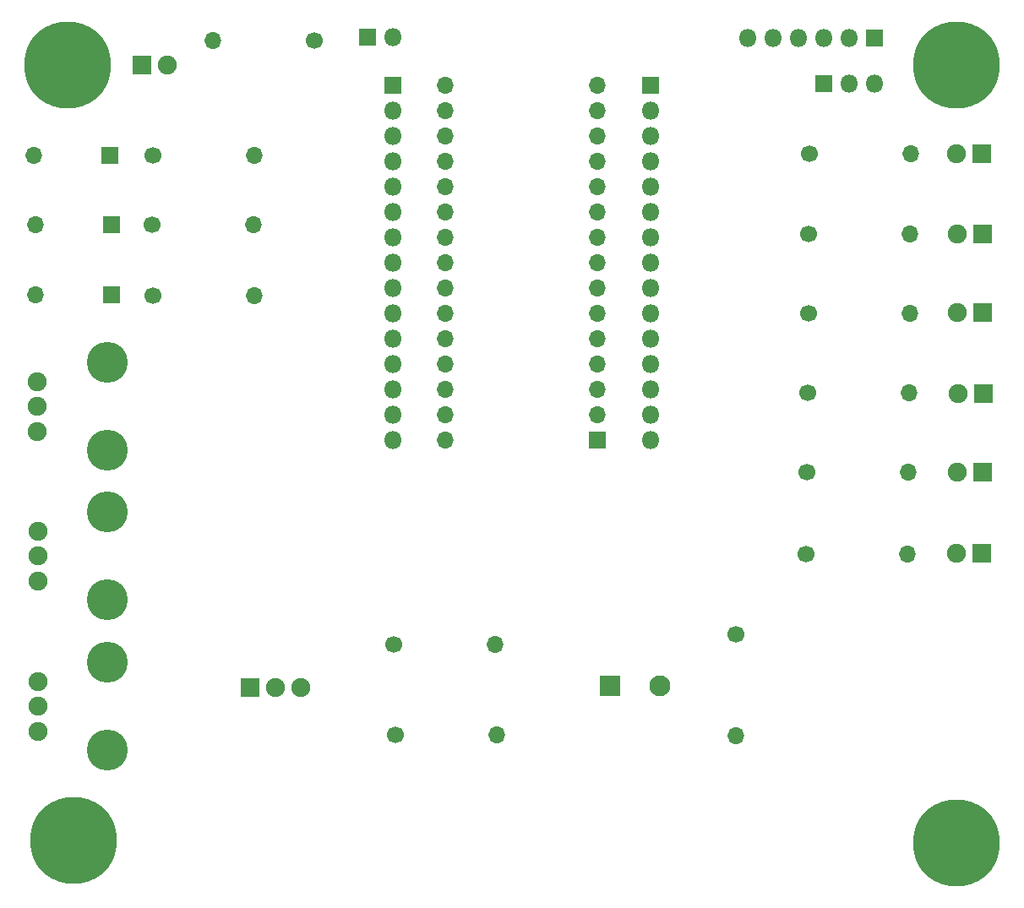
<source format=gbr>
%TF.GenerationSoftware,KiCad,Pcbnew,(5.1.6)-1*%
%TF.CreationDate,2021-11-13T00:29:39-05:00*%
%TF.ProjectId,ArduinoLearningBoard,41726475-696e-46f4-9c65-61726e696e67,rev?*%
%TF.SameCoordinates,Original*%
%TF.FileFunction,Soldermask,Bot*%
%TF.FilePolarity,Negative*%
%FSLAX46Y46*%
G04 Gerber Fmt 4.6, Leading zero omitted, Abs format (unit mm)*
G04 Created by KiCad (PCBNEW (5.1.6)-1) date 2021-11-13 00:29:39*
%MOMM*%
%LPD*%
G01*
G04 APERTURE LIST*
%ADD10R,1.700000X1.700000*%
%ADD11O,1.700000X1.700000*%
%ADD12R,2.100000X2.100000*%
%ADD13C,2.100000*%
%ADD14R,1.900000X1.900000*%
%ADD15C,1.900000*%
%ADD16C,8.700000*%
%ADD17C,1.000000*%
%ADD18R,1.800000X1.800000*%
%ADD19O,1.800000X1.800000*%
%ADD20C,1.700000*%
%ADD21C,4.100000*%
%ADD22O,1.900000X1.900000*%
G04 APERTURE END LIST*
D10*
%TO.C,A1*%
X100540000Y-65040000D03*
D11*
X85300000Y-32020000D03*
X100540000Y-62500000D03*
X85300000Y-34560000D03*
X100540000Y-59960000D03*
X85300000Y-37100000D03*
X100540000Y-57420000D03*
X85300000Y-39640000D03*
X100540000Y-54880000D03*
X85300000Y-42180000D03*
X100540000Y-52340000D03*
X85300000Y-44720000D03*
X100540000Y-49800000D03*
X85300000Y-47260000D03*
X100540000Y-47260000D03*
X85300000Y-49800000D03*
X100540000Y-44720000D03*
X85300000Y-52340000D03*
X100540000Y-42180000D03*
X85300000Y-54880000D03*
X100540000Y-39640000D03*
X85300000Y-57420000D03*
X100540000Y-37100000D03*
X85300000Y-59960000D03*
X100540000Y-34560000D03*
X85300000Y-62500000D03*
X100540000Y-32020000D03*
X85300000Y-65040000D03*
X100540000Y-29480000D03*
X85300000Y-29480000D03*
%TD*%
D12*
%TO.C,BZ1*%
X101790000Y-89610000D03*
D13*
X106790000Y-89610000D03*
%TD*%
D14*
%TO.C,D8*%
X139060000Y-76400000D03*
D15*
X136520000Y-76400000D03*
%TD*%
%TO.C,D9*%
X136560000Y-68270000D03*
D14*
X139100000Y-68270000D03*
%TD*%
%TO.C,D10*%
X139190000Y-60340000D03*
D15*
X136650000Y-60340000D03*
%TD*%
%TO.C,D11*%
X136610000Y-52250000D03*
D14*
X139150000Y-52250000D03*
%TD*%
%TO.C,D12*%
X139110000Y-44330000D03*
D15*
X136570000Y-44330000D03*
%TD*%
%TO.C,D13*%
X136490000Y-36280000D03*
D14*
X139030000Y-36280000D03*
%TD*%
%TO.C,D14*%
X54830000Y-27380000D03*
D15*
X57370000Y-27380000D03*
%TD*%
D16*
%TO.C,H1*%
X47980000Y-105170000D03*
D17*
X51205000Y-105170000D03*
X50260419Y-107450419D03*
X47980000Y-108395000D03*
X45699581Y-107450419D03*
X44755000Y-105170000D03*
X45699581Y-102889581D03*
X47980000Y-101945000D03*
X50260419Y-102889581D03*
%TD*%
%TO.C,H2*%
X138760419Y-25139581D03*
X136480000Y-24195000D03*
X134199581Y-25139581D03*
X133255000Y-27420000D03*
X134199581Y-29700419D03*
X136480000Y-30645000D03*
X138760419Y-29700419D03*
X139705000Y-27420000D03*
D16*
X136480000Y-27420000D03*
%TD*%
%TO.C,H3*%
X47440000Y-27390000D03*
D17*
X50665000Y-27390000D03*
X49720419Y-29670419D03*
X47440000Y-30615000D03*
X45159581Y-29670419D03*
X44215000Y-27390000D03*
X45159581Y-25109581D03*
X47440000Y-24165000D03*
X49720419Y-25109581D03*
%TD*%
%TO.C,H4*%
X138760419Y-103119581D03*
X136480000Y-102175000D03*
X134199581Y-103119581D03*
X133255000Y-105400000D03*
X134199581Y-107680419D03*
X136480000Y-108625000D03*
X138760419Y-107680419D03*
X139705000Y-105400000D03*
D16*
X136480000Y-105400000D03*
%TD*%
D18*
%TO.C,J1*%
X79980000Y-29460000D03*
D19*
X79980000Y-32000000D03*
X79980000Y-34540000D03*
X79980000Y-37080000D03*
X79980000Y-39620000D03*
X79980000Y-42160000D03*
X79980000Y-44700000D03*
X79980000Y-47240000D03*
X79980000Y-49780000D03*
X79980000Y-52320000D03*
X79980000Y-54860000D03*
X79980000Y-57400000D03*
X79980000Y-59940000D03*
X79980000Y-62480000D03*
X79980000Y-65020000D03*
%TD*%
%TO.C,J2*%
X105860000Y-65050000D03*
X105860000Y-62510000D03*
X105860000Y-59970000D03*
X105860000Y-57430000D03*
X105860000Y-54890000D03*
X105860000Y-52350000D03*
X105860000Y-49810000D03*
X105860000Y-47270000D03*
X105860000Y-44730000D03*
X105860000Y-42190000D03*
X105860000Y-39650000D03*
X105860000Y-37110000D03*
X105860000Y-34570000D03*
X105860000Y-32030000D03*
D18*
X105860000Y-29490000D03*
%TD*%
%TO.C,J3*%
X77510000Y-24660000D03*
D19*
X80050000Y-24660000D03*
%TD*%
D18*
%TO.C,J5*%
X128240000Y-24700000D03*
D19*
X125700000Y-24700000D03*
X123160000Y-24700000D03*
X120620000Y-24700000D03*
X118080000Y-24700000D03*
X115540000Y-24700000D03*
%TD*%
D18*
%TO.C,J6*%
X123160000Y-29280000D03*
D19*
X125700000Y-29280000D03*
X128240000Y-29280000D03*
%TD*%
D20*
%TO.C,R1*%
X114380000Y-84510000D03*
D11*
X114380000Y-94670000D03*
%TD*%
%TO.C,R2*%
X131550000Y-76460000D03*
D20*
X121390000Y-76460000D03*
%TD*%
%TO.C,R3*%
X80240000Y-94590000D03*
D11*
X90400000Y-94590000D03*
%TD*%
D20*
%TO.C,R4*%
X56010000Y-36440000D03*
D11*
X66170000Y-36440000D03*
%TD*%
%TO.C,R5*%
X131680000Y-68230000D03*
D20*
X121520000Y-68230000D03*
%TD*%
D11*
%TO.C,R6*%
X90290000Y-85480000D03*
D20*
X80130000Y-85480000D03*
%TD*%
D11*
%TO.C,R7*%
X131760000Y-60310000D03*
D20*
X121600000Y-60310000D03*
%TD*%
%TO.C,R8*%
X55910000Y-43450000D03*
D11*
X66070000Y-43450000D03*
%TD*%
D20*
%TO.C,R9*%
X121690000Y-52310000D03*
D11*
X131850000Y-52310000D03*
%TD*%
D20*
%TO.C,R10*%
X121690000Y-44340000D03*
D11*
X131850000Y-44340000D03*
%TD*%
%TO.C,R11*%
X66150000Y-50500000D03*
D20*
X55990000Y-50500000D03*
%TD*%
D11*
%TO.C,R12*%
X131930000Y-36340000D03*
D20*
X121770000Y-36340000D03*
%TD*%
%TO.C,R13*%
X72130000Y-24970000D03*
D11*
X61970000Y-24970000D03*
%TD*%
D21*
%TO.C,RV1*%
X51400000Y-66050000D03*
X51400000Y-57250000D03*
D15*
X44400000Y-64150000D03*
X44400000Y-61650000D03*
X44400000Y-59150000D03*
%TD*%
%TO.C,RV2*%
X44440000Y-74150000D03*
X44440000Y-76650000D03*
X44440000Y-79150000D03*
D21*
X51440000Y-72250000D03*
X51440000Y-81050000D03*
%TD*%
D15*
%TO.C,RV3*%
X44440000Y-89210000D03*
X44440000Y-91710000D03*
X44440000Y-94210000D03*
D21*
X51440000Y-87310000D03*
X51440000Y-96110000D03*
%TD*%
D10*
%TO.C,SW1*%
X51680000Y-36460000D03*
D11*
X44060000Y-36460000D03*
%TD*%
%TO.C,SW2*%
X44180000Y-43410000D03*
D10*
X51800000Y-43410000D03*
%TD*%
%TO.C,SW3*%
X51820000Y-50450000D03*
D11*
X44200000Y-50450000D03*
%TD*%
D14*
%TO.C,TH1*%
X65740000Y-89790000D03*
D22*
X68280000Y-89790000D03*
X70820000Y-89790000D03*
%TD*%
M02*

</source>
